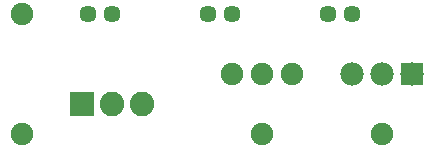
<source format=gtl>
G04 MADE WITH FRITZING*
G04 WWW.FRITZING.ORG*
G04 DOUBLE SIDED*
G04 HOLES PLATED*
G04 CONTOUR ON CENTER OF CONTOUR VECTOR*
%ASAXBY*%
%FSLAX23Y23*%
%MOIN*%
%OFA0B0*%
%SFA1.0B1.0*%
%ADD10C,0.078000*%
%ADD11C,0.075000*%
%ADD12C,0.082000*%
%ADD13C,0.057000*%
%ADD14R,0.078000X0.078000*%
%ADD15R,0.082000X0.082000*%
%LNCOPPER1*%
G90*
G70*
G54D10*
X1440Y317D03*
X1340Y317D03*
X1240Y317D03*
G54D11*
X140Y517D03*
X140Y117D03*
X840Y317D03*
X940Y317D03*
X1040Y317D03*
X940Y117D03*
X1340Y117D03*
G54D12*
X340Y217D03*
X440Y217D03*
X540Y217D03*
G54D13*
X1161Y517D03*
X1240Y517D03*
X1161Y517D03*
X1240Y517D03*
X761Y517D03*
X840Y517D03*
X761Y517D03*
X840Y517D03*
X361Y517D03*
X440Y517D03*
X361Y517D03*
X440Y517D03*
G54D14*
X1440Y317D03*
G54D15*
X340Y217D03*
G04 End of Copper1*
M02*
</source>
